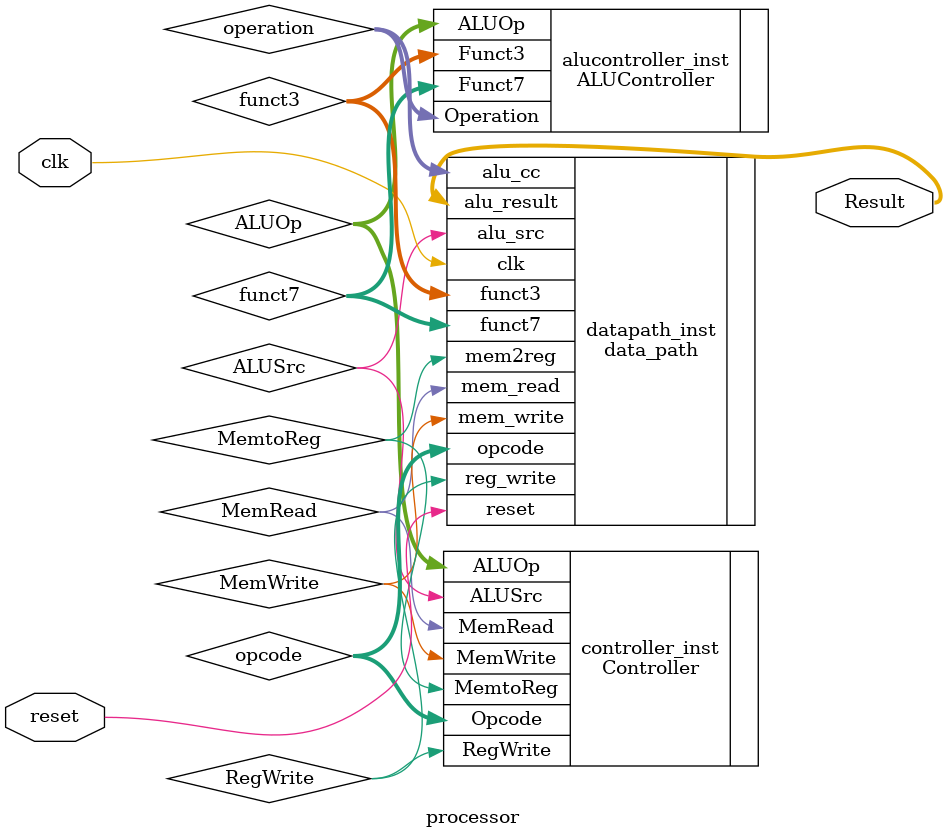
<source format=v>
`timescale 1ns / 1ps

module processor (
    input clk, reset,
    output [31:0] Result
);

    // Instantiate signals
    wire [6:0] opcode;
    wire [2:0] funct3;
    wire [6:0] funct7;
    wire [3:0] operation; // Adjust size if necessary based on ALUController output
    wire ALUSrc, MemtoReg, RegWrite, MemRead, MemWrite;
    wire [1:0] ALUOp;
    

data_path datapath_inst (
    .clk(clk),
    .reset(reset),
    .reg_write(RegWrite),
    .mem2reg(MemtoReg),
    .alu_src(ALUSrc),
    .mem_write(MemWrite),
    .mem_read(MemRead),
    .alu_cc(operation),
    .opcode(opcode),
    .funct7(funct7),
    .funct3(funct3),
    .alu_result(Result)
);

    Controller controller_inst (
        .Opcode(opcode),
        .ALUSrc(ALUSrc),
        .MemtoReg(MemtoReg),
        .RegWrite(RegWrite),
        .MemRead(MemRead),
        .MemWrite(MemWrite),
        .ALUOp(ALUOp) // Other connections as per Controller module definition
    );

    ALUController alucontroller_inst (
        .ALUOp(ALUOp),
        .Funct7(funct7),
        .Funct3(funct3),
        .Operation(operation) // Other connections as per ALUController module definition
    );

endmodule // processor
</source>
